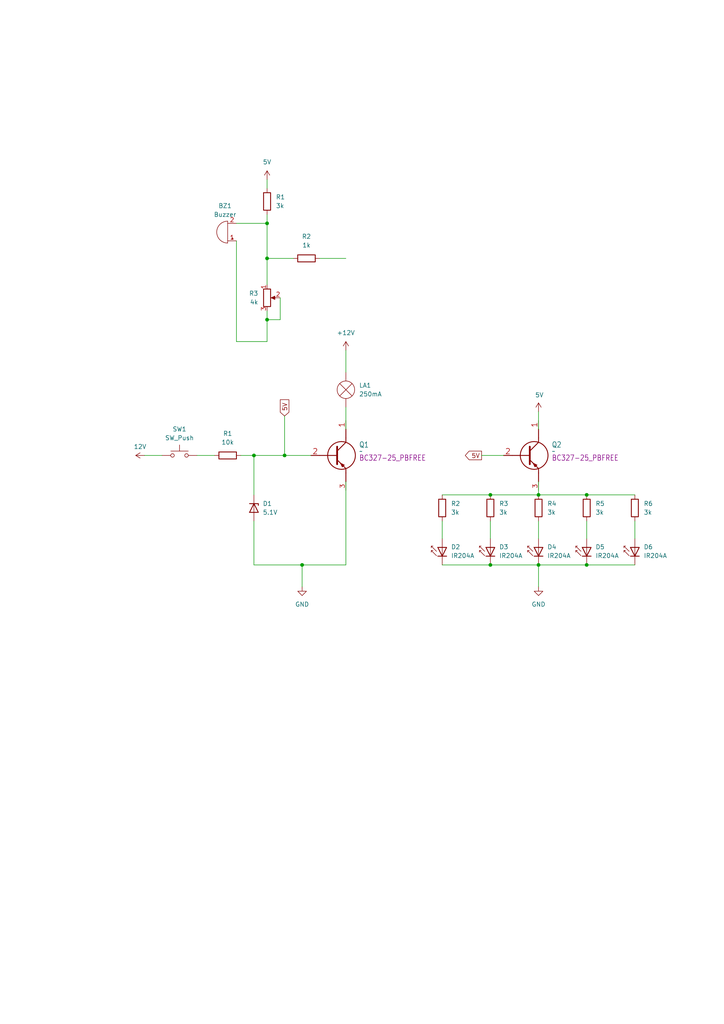
<source format=kicad_sch>
(kicad_sch (version 20250114) (generator "eeschema") (generator_version "9.0")
  (paper "A4" portrait)
  (lib_symbols
    (symbol "Device:Buzzer" (pin_names (offset 0.0254) (hide yes))
      (property "Reference" "BZ" (at 3.81 1.27 0))
      (property "Value" "Buzzer" (at 3.81 -1.27 0))
      (symbol "Buzzer_0_1"
        (polyline (pts (xy -1.651 1.905) (xy -1.143 1.905)))
        (polyline (pts (xy -1.397 2.159) (xy -1.397 1.651)))
        (arc (start 0 3.175) (mid 3.1612 0) (end 0 -3.175))
        (polyline (pts (xy 0 3.175) (xy 0 -3.175)))
      )
      (symbol "Buzzer_1_1"
        (pin passive line (at -2.54 2.54 0) (length 2.54) (name "+") (number "1"))
        (pin passive line (at -2.54 -2.54 0) (length 2.54) (name "-") (number "2"))
      )
    )
    (symbol "Device:Lamp" (pin_numbers (hide yes)) (pin_names (offset 0.0254) (hide yes))
      (property "Reference" "LA" (at 0.635 3.81 0))
      (property "Value" "Lamp" (at 0.635 -3.81 0))
      (symbol "Lamp_0_1"
        (polyline (pts (xy -1.778 1.778) (xy 1.778 -1.778)))
        (circle (center 0 0) (radius 2.54))
        (polyline (pts (xy 1.778 1.778) (xy -1.778 -1.778)))
      )
      (symbol "Lamp_1_1"
        (pin passive line (at 0 5.08 270) (length 2.54) (name "+") (number "2"))
        (pin passive line (at 0 -5.08 90) (length 2.54) (name "-") (number "1"))
      )
    )
    (symbol "Device:R" (pin_numbers (hide yes)) (pin_names (offset 0))
      (property "Reference" "R" (at 2.032 0 90))
      (property "Value" "R" (at 0 0 90))
      (symbol "R_0_1"
        (rectangle (start -1.016 -2.54) (end 1.016 2.54) (stroke (width 0.254)))
      )
      (symbol "R_1_1"
        (pin passive line (at 0 3.81 270) (length 1.27) (name "~") (number "1"))
        (pin passive line (at 0 -3.81 90) (length 1.27) (name "~") (number "2"))
      )
    )
    (symbol "Device:R_Potentiometer" (pin_names (offset 1.016) (hide yes))
      (property "Reference" "RV" (at -4.445 0 90))
      (property "Value" "R_Potentiometer" (at -2.54 0 90))
      (symbol "R_Potentiometer_0_1"
        (rectangle (start 1.016 2.54) (end -1.016 -2.54) (stroke (width 0.254)))
        (polyline (pts (xy 1.143 0) (xy 2.286 0.508) (xy 2.286 -0.508) (xy 1.143 0)) (fill (type outline)))
        (polyline (pts (xy 2.54 0) (xy 1.524 0)))
      )
      (symbol "R_Potentiometer_1_1"
        (pin passive line (at 0 3.81 270) (length 1.27) (name "1") (number "1"))
        (pin passive line (at 0 -3.81 90) (length 1.27) (name "3") (number "3"))
        (pin passive line (at 3.81 0 180) (length 1.27) (name "2") (number "2"))
      )
    )
    (symbol "Diode:1N47xxA" (pin_numbers (hide yes)) (pin_names (hide yes))
      (property "Reference" "D" (at 0 2.54 0))
      (property "Value" "1N47xxA" (at 0 -2.54 0))
      (symbol "1N47xxA_0_1"
        (polyline (pts (xy -1.27 -1.27) (xy -1.27 1.27) (xy -0.762 1.27)) (stroke (width 0.254)))
        (polyline (pts (xy 1.27 0) (xy -1.27 0)))
        (polyline (pts (xy 1.27 -1.27) (xy 1.27 1.27) (xy -1.27 0) (xy 1.27 -1.27)) (stroke (width 0.254)))
      )
      (symbol "1N47xxA_1_1"
        (pin passive line (at -3.81 0 0) (length 2.54) (name "K") (number "1"))
        (pin passive line (at 3.81 0 180) (length 2.54) (name "A") (number "2"))
      )
    )
    (symbol "LED:IR204A" (pin_numbers (hide yes)) (pin_names (offset 1.016) (hide yes))
      (property "Reference" "D" (at 0.508 1.778 0))
      (property "Value" "IR204A" (at -1.016 -2.794 0))
      (symbol "IR204A_0_1"
        (polyline (pts (xy -2.54 1.27) (xy -2.54 -1.27)) (stroke (width 0.254)))
        (polyline (pts (xy -2.413 1.651) (xy -0.889 3.175) (xy -0.889 2.667) (xy -0.889 3.175) (xy -1.397 3.175)))
        (polyline (pts (xy -1.143 1.651) (xy 0.381 3.175) (xy 0.381 2.667)))
        (polyline (pts (xy 0 1.27) (xy -2.54 0) (xy 0 -1.27) (xy 0 1.27)) (stroke (width 0.254)))
        (polyline (pts (xy 0 0) (xy -2.54 0)))
        (polyline (pts (xy 0.381 3.175) (xy -0.127 3.175)))
      )
      (symbol "IR204A_1_1"
        (pin passive line (at -5.08 0 0) (length 2.54) (name "K") (number "1"))
        (pin passive line (at 2.54 0 180) (length 2.54) (name "A") (number "2"))
      )
    )
    (symbol "My_lib2:BC327-25_PBFREE" (pin_names (hide yes))
      (property "Reference" "Q" (at 13.97 1.27 0))
      (property "Part Name" "BC327-25_PBFREE" (at 13.97 -1.27 0))
      (symbol "BC327-25_PBFREE_1_0"
        (polyline (pts (xy 0 0) (xy 2.54 0)) (stroke (width 0.254)))
        (polyline (pts (xy 2.54 0) (xy 7.62 0)) (stroke (width 0.254)))
        (polyline (pts (xy 7.62 2.54) (xy 7.62 -2.54)) (stroke (width 0.508)))
        (polyline (pts (xy 7.62 1.27) (xy 10.16 3.81)) (stroke (width 0.254)))
        (polyline (pts (xy 7.62 -1.27) (xy 10.16 -3.81)) (stroke (width 0.254)))
        (arc (start 8.89 4.0161) (mid 12.9061 0) (end 8.89 -4.0161) (stroke (width 0.254)))
        (arc (start 8.89 -4.0161) (mid 4.8739 0) (end 8.89 4.0161) (stroke (width 0.254)))
        (polyline (pts (xy 9.652 -2.794) (xy 9.144 -3.302) (xy 8.636 -2.286) (xy 9.652 -2.794)) (stroke (width 0.254)) (fill (type outline)))
        (polyline (pts (xy 10.16 7.62) (xy 10.16 5.08)) (stroke (width 0.254)))
        (polyline (pts (xy 10.16 3.81) (xy 10.16 5.08)) (stroke (width 0.254)))
        (polyline (pts (xy 10.16 -3.81) (xy 10.16 -5.08)) (stroke (width 0.254)))
        (polyline (pts (xy 10.16 -7.62) (xy 10.16 -5.08)) (stroke (width 0.254)))
        (pin passive line (at 0 0 0) (length 2.54) (name "B") (number "2"))
        (pin passive line (at 10.16 7.62 90) (length 2.54) (name "C") (number "1"))
      )
      (symbol "BC327-25_PBFREE_1_1"
        (pin passive line (at 10.16 -7.62 270) (length 2.54) (name "A") (number "3"))
      )
    )
    (symbol "Switch:SW_Push" (pin_numbers (hide yes)) (pin_names (offset 1.016) (hide yes))
      (property "Reference" "SW" (at 1.27 2.54 0))
      (property "Value" "SW_Push" (at 0 -1.524 0))
      (symbol "SW_Push_0_1"
        (circle (center -2.032 0) (radius 0.508))
        (polyline (pts (xy 0 1.27) (xy 0 3.048)))
        (circle (center 2.032 0) (radius 0.508))
        (polyline (pts (xy 2.54 1.27) (xy -2.54 1.27)))
        (pin passive line (at -5.08 0 0) (length 2.54) (name "1") (number "1"))
        (pin passive line (at 5.08 0 180) (length 2.54) (name "2") (number "2"))
      )
    )
    (symbol "power:+12V" (power) (pin_numbers (hide yes)) (pin_names (offset 0) (hide yes))
      (property "Value" "+12V" (at 0 3.556 0))
      (symbol "+12V_0_1"
        (polyline (pts (xy -0.762 1.27) (xy 0 2.54)))
        (polyline (pts (xy 0 2.54) (xy 0.762 1.27)))
        (polyline (pts (xy 0 0) (xy 0 2.54)))
      )
      (symbol "+12V_1_1"
        (pin power_in line (at 0 0 90) (length 0) (name "~") (number "1"))
      )
    )
    (symbol "power:+3.3V" (power) (pin_numbers (hide yes)) (pin_names (offset 0) (hide yes))
      (property "Value" "+3.3V" (at 0 3.556 0))
      (symbol "+3.3V_0_1"
        (polyline (pts (xy -0.762 1.27) (xy 0 2.54)))
        (polyline (pts (xy 0 2.54) (xy 0.762 1.27)))
        (polyline (pts (xy 0 0) (xy 0 2.54)))
      )
      (symbol "+3.3V_1_1"
        (pin power_in line (at 0 0 90) (length 0) (name "~") (number "1"))
      )
    )
    (symbol "power:GND" (power) (pin_numbers (hide yes)) (pin_names (offset 0) (hide yes))
      (property "Value" "GND" (at 0 -3.81 0))
      (symbol "GND_0_1"
        (polyline (pts (xy 0 0) (xy 0 -1.27) (xy 1.27 -1.27) (xy 0 -2.54) (xy -1.27 -1.27) (xy 0 -1.27)))
      )
      (symbol "GND_1_1"
        (pin power_in line (at 0 0 270) (length 0) (name "~") (number "1"))
      )
    )
  )
  (junction (at 156.21 143.51))
  (junction (at 156.21 163.83))
  (junction (at 77.47 64.77))
  (junction (at 77.47 74.93))
  (junction (at 170.18 163.83))
  (junction (at 73.66 132.08))
  (junction (at 77.47 92.71))
  (junction (at 87.63 163.83))
  (junction (at 142.24 143.51))
  (junction (at 170.18 143.51))
  (junction (at 142.24 163.83))
  (junction (at 82.55 132.08))
  (wire (pts (xy 87.63 163.83) (xy 100.33 163.83)))
  (wire (pts (xy 57.15 132.08) (xy 62.23 132.08)))
  (wire (pts (xy 68.58 99.06) (xy 77.47 99.06)))
  (wire (pts (xy 68.58 64.77) (xy 77.47 64.77)))
  (wire (pts (xy 81.28 92.71) (xy 77.47 92.71)))
  (wire (pts (xy 142.24 163.83) (xy 156.21 163.83)))
  (wire (pts (xy 156.21 151.13) (xy 156.21 156.21)))
  (wire (pts (xy 77.47 74.93) (xy 85.09 74.93)))
  (wire (pts (xy 100.33 139.7) (xy 100.33 163.83)))
  (wire (pts (xy 156.21 163.83) (xy 170.18 163.83)))
  (wire (pts (xy 156.21 143.51) (xy 170.18 143.51)))
  (wire (pts (xy 73.66 151.13) (xy 73.66 163.83)))
  (wire (pts (xy 142.24 151.13) (xy 142.24 156.21)))
  (wire (pts (xy 100.33 118.11) (xy 100.33 124.46)))
  (wire (pts (xy 77.47 92.71) (xy 77.47 99.06)))
  (wire (pts (xy 77.47 62.23) (xy 77.47 64.77)))
  (wire (pts (xy 128.27 163.83) (xy 142.24 163.83)))
  (wire (pts (xy 156.21 119.38) (xy 156.21 124.46)))
  (wire (pts (xy 77.47 52.07) (xy 77.47 54.61)))
  (wire (pts (xy 77.47 74.93) (xy 77.47 82.55)))
  (wire (pts (xy 100.33 101.6) (xy 100.33 107.95)))
  (wire (pts (xy 170.18 163.83) (xy 184.15 163.83)))
  (wire (pts (xy 73.66 132.08) (xy 73.66 143.51)))
  (wire (pts (xy 41.91 132.08) (xy 46.99 132.08)))
  (wire (pts (xy 73.66 163.83) (xy 87.63 163.83)))
  (wire (pts (xy 139.7 132.08) (xy 146.05 132.08)))
  (wire (pts (xy 184.15 151.13) (xy 184.15 156.21)))
  (wire (pts (xy 73.66 132.08) (xy 82.55 132.08)))
  (wire (pts (xy 128.27 151.13) (xy 128.27 156.21)))
  (wire (pts (xy 81.28 86.36) (xy 81.28 92.71)))
  (wire (pts (xy 170.18 151.13) (xy 170.18 156.21)))
  (wire (pts (xy 82.55 132.08) (xy 90.17 132.08)))
  (wire (pts (xy 77.47 90.17) (xy 77.47 92.71)))
  (wire (pts (xy 68.58 69.85) (xy 68.58 99.06)))
  (wire (pts (xy 156.21 163.83) (xy 156.21 170.18)))
  (wire (pts (xy 82.55 120.65) (xy 82.55 132.08)))
  (wire (pts (xy 156.21 139.7) (xy 156.21 143.51)))
  (wire (pts (xy 142.24 143.51) (xy 156.21 143.51)))
  (wire (pts (xy 170.18 143.51) (xy 184.15 143.51)))
  (wire (pts (xy 128.27 143.51) (xy 142.24 143.51)))
  (wire (pts (xy 92.71 74.93) (xy 100.33 74.93)))
  (wire (pts (xy 87.63 163.83) (xy 87.63 170.18)))
  (wire (pts (xy 77.47 64.77) (xy 77.47 74.93)))
  (wire (pts (xy 69.85 132.08) (xy 73.66 132.08)))
  (global_label "5V" (shape output) (at 139.7 132.08 180) (property "Intersheetrefs" "${INTERSHEET_REFS}" (effects (hide yes))))
  (global_label "5V" (shape input) (at 82.55 120.65 90) (property "Intersheetrefs" "${INTERSHEET_REFS}" (effects (hide yes))))
  (symbol (lib_id "LED:IR204A") (at 128.27 158.75 90) (unit 1)
    (property "Reference" "D2" (at 130.81 158.6229 90) (effects (justify right)))
    (property "Value" "IR204A" (at 130.81 161.1629 90) (effects (justify right)))
    (property "Footprint" "LED_THT:LED_D3.0mm_IRBlack" (effects (hide yes)))
    (property "Datasheet" "http://www.everlight.com/file/ProductFile/IR204-A.pdf" (effects (hide yes)))
    (property "Description" "Infrared LED , 3mm LED package" (effects (hide yes)))
  )
  (symbol (lib_id "Device:R") (at 66.04 132.08 90) (unit 1)
    (property "Reference" "R1" (at 66.04 125.73 90))
    (property "Value" "10k" (at 66.04 128.27 90))
    (property "Description" "Resistor" (effects (hide yes)))
  )
  (symbol (lib_id "Device:R") (at 88.9 74.93 270) (unit 1)
    (property "Reference" "R2" (at 88.9 68.58 90))
    (property "Value" "1k" (at 88.9 71.12 90))
    (property "Description" "Resistor" (effects (hide yes)))
  )
  (symbol (lib_id "My_lib2:BC327-25_PBFREE") (at 146.05 132.08 0) (unit 1)
    (property "Reference" "Q2" (at 160.02 128.9684 0) (effects (font (size 1.5833 1.3333)) (justify left)))
    (property "Value" "~" (at 160.02 130.8735 0) (effects (justify left)))
    (property "Footprint" "cadstarpcblib:BC32725PBFREE" (effects (hide yes)))
    (property "Description" "Bipolar Transistors - BJT PNP 50Vcbo 45 Vceo 500mA 625mW Trans" (effects (hide yes)))
    (property "Part Name" "BC327-25_PBFREE" (at 160.02 132.7784 0) (effects (font (size 1.5833 1.3333)) (justify left)))
    (property "Part Version" "1" (effects (hide yes)))
    (property "3D_Model" "BC327-25_PBFREE" (effects (hide yes)))
    (property "Arrow Part Number" "-" (effects (hide yes)))
    (property "Arrow Price/Stock" "-" (effects (hide yes)))
    (property "Height" "7.87mm" (effects (hide yes)))
    (property "Link Datasheet" "https://my.centralsemi.com/datasheets/BC327-328.PDF" (effects (hide yes)))
    (property "Link Mouser Price/Stock" "https://www.mouser.co.uk/ProductDetail/Central-Semiconductor/BC327-25-PBFREE?qs=u16ybLDytRZN73jSFKN2Hg%3D%3D" (effects (hide yes)))
    (property "Manufacturer_Name" "Central Semiconductor" (effects (hide yes)))
    (property "Manufacturer_Part_Number" "BC327-25 PBFREE" (effects (hide yes)))
    (property "Mouser Part Number" "610-BC327-25" (effects (hide yes)))
  )
  (symbol (lib_id "power:+12V") (at 100.33 101.6 0) (unit 1)
    (property "Reference" "#PWR04" (effects (hide yes)))
    (property "Value" "+12V" (at 100.33 96.52 0))
    (property "Description" "Power symbol creates a global label with name \"+12V\"" (effects (hide yes)))
  )
  (symbol (lib_id "Device:R_Potentiometer") (at 77.47 86.36 0) (unit 1)
    (property "Reference" "R3" (at 74.93 85.0899 0) (effects (justify right)))
    (property "Value" "4k" (at 74.93 87.6299 0) (effects (justify right)))
    (property "Description" "Potentiometer" (effects (hide yes)))
  )
  (symbol (lib_id "Device:R") (at 77.47 58.42 0) (unit 1)
    (property "Reference" "R1" (at 80.01 57.1499 0) (effects (justify left)))
    (property "Value" "3k" (at 80.01 59.6899 0) (effects (justify left)))
    (property "Description" "Resistor" (effects (hide yes)))
  )
  (symbol (lib_id "LED:IR204A") (at 170.18 158.75 90) (unit 1)
    (property "Reference" "D5" (at 172.72 158.6229 90) (effects (justify right)))
    (property "Value" "IR204A" (at 172.72 161.1629 90) (effects (justify right)))
    (property "Footprint" "LED_THT:LED_D3.0mm_IRBlack" (effects (hide yes)))
    (property "Datasheet" "http://www.everlight.com/file/ProductFile/IR204-A.pdf" (effects (hide yes)))
    (property "Description" "Infrared LED , 3mm LED package" (effects (hide yes)))
  )
  (symbol (lib_id "LED:IR204A") (at 184.15 158.75 90) (unit 1)
    (property "Reference" "D6" (at 186.69 158.6229 90) (effects (justify right)))
    (property "Value" "IR204A" (at 186.69 161.1629 90) (effects (justify right)))
    (property "Footprint" "LED_THT:LED_D3.0mm_IRBlack" (effects (hide yes)))
    (property "Datasheet" "http://www.everlight.com/file/ProductFile/IR204-A.pdf" (effects (hide yes)))
    (property "Description" "Infrared LED , 3mm LED package" (effects (hide yes)))
  )
  (symbol (lib_id "power:+3.3V") (at 77.47 52.07 0) (unit 1)
    (property "Reference" "#PWR01" (effects (hide yes)))
    (property "Value" "5V" (at 77.47 46.99 0))
    (property "Description" "Power symbol creates a global label with name \"+3.3V\"" (effects (hide yes)))
  )
  (symbol (lib_id "power:+3.3V") (at 41.91 132.08 90) (unit 1)
    (property "Reference" "#PWR02" (effects (hide yes)))
    (property "Value" "12V" (at 40.64 129.54 90))
    (property "Description" "Power symbol creates a global label with name \"+3.3V\"" (effects (hide yes)))
  )
  (symbol (lib_id "My_lib2:BC327-25_PBFREE") (at 90.17 132.08 0) (unit 1)
    (property "Reference" "Q1" (at 104.14 128.9684 0) (effects (font (size 1.5833 1.3333)) (justify left)))
    (property "Value" "~" (at 104.14 130.8735 0) (effects (justify left)))
    (property "Footprint" "cadstarpcblib:BC32725PBFREE" (effects (hide yes)))
    (property "Description" "Bipolar Transistors - BJT PNP 50Vcbo 45 Vceo 500mA 625mW Trans" (effects (hide yes)))
    (property "Part Name" "BC327-25_PBFREE" (at 104.14 132.7784 0) (effects (font (size 1.5833 1.3333)) (justify left)))
    (property "Part Version" "1" (effects (hide yes)))
    (property "3D_Model" "BC327-25_PBFREE" (effects (hide yes)))
    (property "Arrow Part Number" "-" (effects (hide yes)))
    (property "Arrow Price/Stock" "-" (effects (hide yes)))
    (property "Height" "7.87mm" (effects (hide yes)))
    (property "Link Datasheet" "https://my.centralsemi.com/datasheets/BC327-328.PDF" (effects (hide yes)))
    (property "Link Mouser Price/Stock" "https://www.mouser.co.uk/ProductDetail/Central-Semiconductor/BC327-25-PBFREE?qs=u16ybLDytRZN73jSFKN2Hg%3D%3D" (effects (hide yes)))
    (property "Manufacturer_Name" "Central Semiconductor" (effects (hide yes)))
    (property "Manufacturer_Part_Number" "BC327-25 PBFREE" (effects (hide yes)))
    (property "Mouser Part Number" "610-BC327-25" (effects (hide yes)))
  )
  (symbol (lib_id "power:GND") (at 87.63 170.18 0) (unit 1)
    (property "Reference" "#PWR03" (effects (hide yes)))
    (property "Value" "GND" (at 87.63 175.26 0))
    (property "Description" "Power symbol creates a global label with name \"GND\" , ground" (effects (hide yes)))
  )
  (symbol (lib_id "Diode:1N47xxA") (at 73.66 147.32 270) (unit 1)
    (property "Reference" "D1" (at 76.2 146.0499 90) (effects (justify left)))
    (property "Value" "5.1V" (at 76.2 148.5899 90) (effects (justify left)))
    (property "Footprint" "Diode_THT:D_DO-41_SOD81_P10.16mm_Horizontal" (effects (hide yes)))
    (property "Datasheet" "https://www.vishay.com/docs/85816/1n4728a.pdf" (effects (hide yes)))
    (property "Description" "178mW 1N4733A Zener diodes, DO-41" (effects (hide yes)))
  )
  (symbol (lib_id "Device:R") (at 170.18 147.32 0) (unit 1)
    (property "Reference" "R5" (at 172.72 146.0499 0) (effects (justify left)))
    (property "Value" "3k" (at 172.72 148.5899 0) (effects (justify left)))
    (property "Description" "Resistor" (effects (hide yes)))
  )
  (symbol (lib_id "Switch:SW_Push") (at 52.07 132.08 0) (unit 1)
    (property "Reference" "SW1" (at 52.07 124.46 0))
    (property "Value" "SW_Push" (at 52.07 127 0))
    (property "Description" "Push button switch, generic, two pins" (effects (hide yes)))
  )
  (symbol (lib_id "Device:R") (at 142.24 147.32 0) (unit 1)
    (property "Reference" "R3" (at 144.78 146.0499 0) (effects (justify left)))
    (property "Value" "3k" (at 144.78 148.5899 0) (effects (justify left)))
    (property "Description" "Resistor" (effects (hide yes)))
  )
  (symbol (lib_id "Device:R") (at 128.27 147.32 0) (unit 1)
    (property "Reference" "R2" (at 130.81 146.0499 0) (effects (justify left)))
    (property "Value" "3k" (at 130.81 148.5899 0) (effects (justify left)))
    (property "Description" "Resistor" (effects (hide yes)))
  )
  (symbol (lib_id "Device:R") (at 156.21 147.32 0) (unit 1)
    (property "Reference" "R4" (at 158.75 146.0499 0) (effects (justify left)))
    (property "Value" "3k" (at 158.75 148.5899 0) (effects (justify left)))
    (property "Description" "Resistor" (effects (hide yes)))
  )
  (symbol (lib_id "power:GND") (at 156.21 170.18 0) (unit 1)
    (property "Reference" "#PWR06" (effects (hide yes)))
    (property "Value" "GND" (at 156.21 175.26 0))
    (property "Description" "Power symbol creates a global label with name \"GND\" , ground" (effects (hide yes)))
  )
  (symbol (lib_id "LED:IR204A") (at 142.24 158.75 90) (unit 1)
    (property "Reference" "D3" (at 144.78 158.6229 90) (effects (justify right)))
    (property "Value" "IR204A" (at 144.78 161.1629 90) (effects (justify right)))
    (property "Footprint" "LED_THT:LED_D3.0mm_IRBlack" (effects (hide yes)))
    (property "Datasheet" "http://www.everlight.com/file/ProductFile/IR204-A.pdf" (effects (hide yes)))
    (property "Description" "Infrared LED , 3mm LED package" (effects (hide yes)))
  )
  (symbol (lib_id "Device:R") (at 184.15 147.32 0) (unit 1)
    (property "Reference" "R6" (at 186.69 146.0499 0) (effects (justify left)))
    (property "Value" "3k" (at 186.69 148.5899 0) (effects (justify left)))
    (property "Description" "Resistor" (effects (hide yes)))
  )
  (symbol (lib_id "Device:Buzzer") (at 66.04 67.31 180) (unit 1)
    (property "Reference" "BZ1" (at 65.2849 59.69 0))
    (property "Value" "Buzzer" (at 65.2849 62.23 0))
    (property "Description" "Buzzer, polarized" (effects (hide yes)))
  )
  (symbol (lib_id "power:+12V") (at 156.21 119.38 0) (unit 1)
    (property "Reference" "#PWR05" (effects (hide yes)))
    (property "Value" "5V" (at 155.194 114.554 0) (effects (justify left)))
    (property "Description" "Power symbol creates a global label with name \"+12V\"" (effects (hide yes)))
  )
  (symbol (lib_id "LED:IR204A") (at 156.21 158.75 90) (unit 1)
    (property "Reference" "D4" (at 158.75 158.6229 90) (effects (justify right)))
    (property "Value" "IR204A" (at 158.75 161.1629 90) (effects (justify right)))
    (property "Footprint" "LED_THT:LED_D3.0mm_IRBlack" (effects (hide yes)))
    (property "Datasheet" "http://www.everlight.com/file/ProductFile/IR204-A.pdf" (effects (hide yes)))
    (property "Description" "Infrared LED , 3mm LED package" (effects (hide yes)))
  )
  (symbol (lib_id "Device:Lamp") (at 100.33 113.03 0) (unit 1)
    (property "Reference" "LA1" (at 104.14 111.7599 0) (effects (justify left)))
    (property "Value" "250mA" (at 104.14 114.2999 0) (effects (justify left)))
    (property "Description" "Lamp" (effects (hide yes)))
  )
)
</source>
